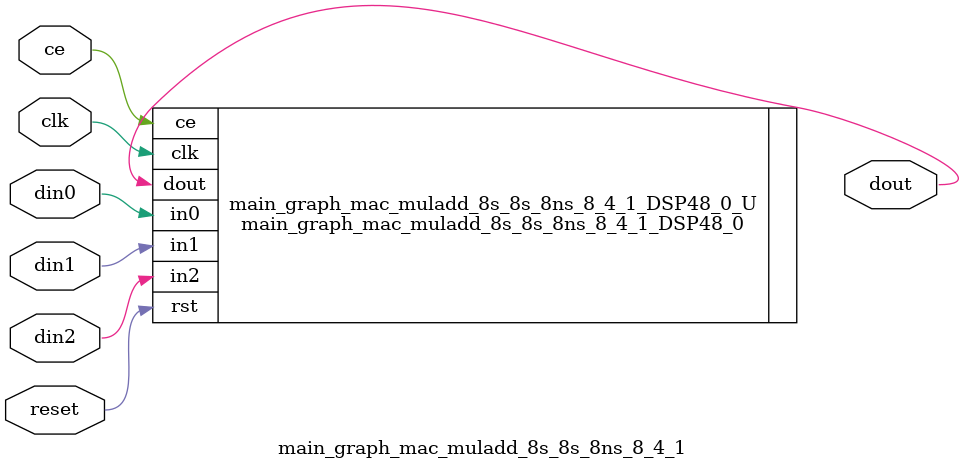
<source format=v>

module main_graph_mac_muladd_8s_8s_8ns_8_4_1(clk,reset,ce,din0,din1,din2,dout);  
parameter ID = 32'd1;
parameter NUM_STAGE = 32'd1;
parameter din0_WIDTH = 32'd1;
parameter din1_WIDTH = 32'd1;
parameter din2_WIDTH = 32'd1;
parameter dout_WIDTH = 32'd1;
input clk;
input reset;
input ce;
input[din0_WIDTH - 1:0] din0;
input[din1_WIDTH - 1:0] din1;
input[din2_WIDTH - 1:0] din2;
output[dout_WIDTH - 1:0] dout;
main_graph_mac_muladd_8s_8s_8ns_8_4_1_DSP48_0 main_graph_mac_muladd_8s_8s_8ns_8_4_1_DSP48_0_U(.clk( clk ),.rst( reset ),.ce( ce ),.in0( din0 ),.in1( din1 ),.in2( din2 ),.dout( dout ));
endmodule

</source>
